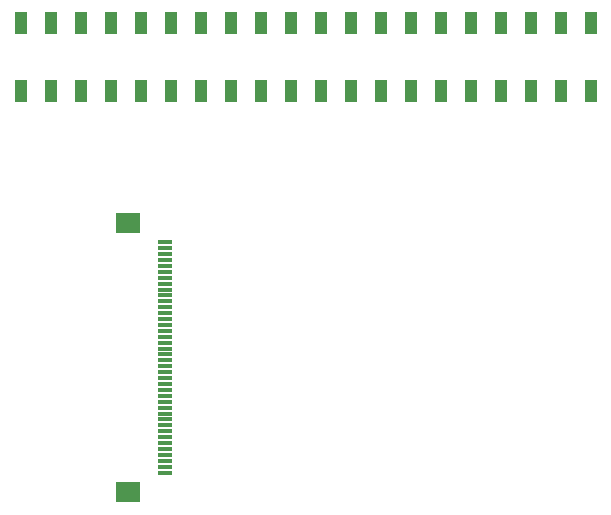
<source format=gbp>
G75*
%MOIN*%
%OFA0B0*%
%FSLAX25Y25*%
%IPPOS*%
%LPD*%
%AMOC8*
5,1,8,0,0,1.08239X$1,22.5*
%
%ADD10R,0.04016X0.07362*%
%ADD11R,0.04724X0.01181*%
%ADD12R,0.07874X0.07087*%
D10*
X0071885Y0243524D03*
X0081885Y0243524D03*
X0091885Y0243524D03*
X0101885Y0243524D03*
X0111885Y0243524D03*
X0121885Y0243524D03*
X0131885Y0243524D03*
X0141885Y0243524D03*
X0151885Y0243524D03*
X0161885Y0243524D03*
X0171885Y0243524D03*
X0181885Y0243524D03*
X0191885Y0243524D03*
X0201885Y0243524D03*
X0211885Y0243524D03*
X0221885Y0243524D03*
X0231885Y0243524D03*
X0241885Y0243524D03*
X0251885Y0243524D03*
X0261885Y0243524D03*
X0261885Y0266083D03*
X0251885Y0266083D03*
X0241885Y0266083D03*
X0231885Y0266083D03*
X0221885Y0266083D03*
X0211885Y0266083D03*
X0201885Y0266083D03*
X0191885Y0266083D03*
X0181885Y0266083D03*
X0171885Y0266083D03*
X0161885Y0266083D03*
X0151885Y0266083D03*
X0141885Y0266083D03*
X0131885Y0266083D03*
X0121885Y0266083D03*
X0111885Y0266083D03*
X0101885Y0266083D03*
X0091885Y0266083D03*
X0081885Y0266083D03*
X0071885Y0266083D03*
D11*
X0120035Y0192992D03*
X0120035Y0191024D03*
X0120035Y0189055D03*
X0120035Y0187087D03*
X0120035Y0185118D03*
X0120035Y0183150D03*
X0120035Y0181181D03*
X0120035Y0179213D03*
X0120035Y0177244D03*
X0120035Y0175276D03*
X0120035Y0173307D03*
X0120035Y0171339D03*
X0120035Y0169370D03*
X0120035Y0167402D03*
X0120035Y0165433D03*
X0120035Y0163465D03*
X0120035Y0161496D03*
X0120035Y0159528D03*
X0120035Y0157559D03*
X0120035Y0155591D03*
X0120035Y0153622D03*
X0120035Y0151654D03*
X0120035Y0149685D03*
X0120035Y0147717D03*
X0120035Y0145748D03*
X0120035Y0143780D03*
X0120035Y0141811D03*
X0120035Y0139843D03*
X0120035Y0137874D03*
X0120035Y0135906D03*
X0120035Y0133937D03*
X0120035Y0131969D03*
X0120035Y0130000D03*
X0120035Y0128031D03*
X0120035Y0126063D03*
X0120035Y0124094D03*
X0120035Y0122126D03*
X0120035Y0120157D03*
X0120035Y0118189D03*
X0120035Y0116220D03*
D12*
X0107633Y0109724D03*
X0107633Y0199488D03*
M02*

</source>
